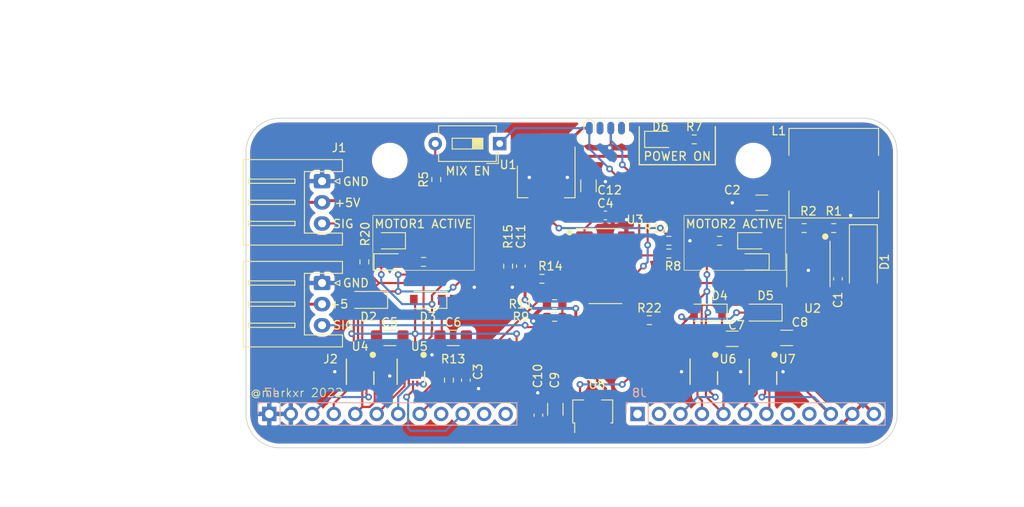
<source format=kicad_pcb>
(kicad_pcb (version 20211014) (generator pcbnew)
  (title_block (title "FeatherESC Logic Board") (date "2021-11-21"))
  (layers (0 "F.Cu" signal) (31 "B.Cu" signal) (34 "B.Paste" user) (35 "F.Paste" user) (36 "B.SilkS" user "B.Silkscreen") (37 "F.SilkS" user "F.Silkscreen") (38 "B.Mask" user) (39 "F.Mask" user) (44 "Edge.Cuts" user))
  (net 0 "")
  (net 1 "GND")
  (net 2 "VBAT")
  (net 3 "/TXDEBUG")
  (net 4 "VBEC")
  (net 5 "/gatedrivers1/BOOST1")
  (net 6 "/PHASE11")
  (net 7 "/gatedrivers1/BOOST2")
  (net 8 "/PHASE21")
  (net 9 "Net-(R12-Pad2)")
  (net 10 "/RXIN_1")
  (net 11 "/gatedrivers2/BOOST1")
  (net 12 "/PHASE12")
  (net 13 "/gatedrivers2/BOOST2")
  (net 14 "/PHASE22")
  (net 15 "Net-(R1-Pad2)")
  (net 17 "Net-(D10-Pad1)")
  (net 18 "+12V")
  (net 19 "/GATEH11")
  (net 20 "/GATEL11")
  (net 21 "/GATEL21")
  (net 22 "/GATEH21")
  (net 25 "/GATEH12")
  (net 29 "/GATEL12")
  (net 30 "/GATEL22")
  (net 31 "/GATEH22")
  (net 32 "/ISENSE_IN")
  (net 33 "/VSENSE_IN")
  (net 36 "/MOTORR_1")
  (net 37 "/MOTORF_1")
  (net 38 "/MOTOREN_1")
  (net 39 "/MOTORF_2")
  (net 40 "/MOTORR_2")
  (net 41 "/MOTOREN_2")
  (net 42 "/REGSW")
  (net 43 "Net-(D6-Pad2)")
  (net 44 "/RXIN_2")
  (net 45 "GNDSHUNT")
  (net 46 "Net-(R11-Pad2)")
  (net 47 "/MCUPOWER")
  (net 51 "/UPDI")
  (net 53 "Net-(D7-Pad2)")
  (net 54 "Net-(R5-Pad1)")
  (footprint "Capacitor_SMD:C_0603_1608Metric_Pad1.08x0.95mm_HandSolder" (layer "F.Cu") (at 137 91 -90)
    (fp_text reference "C3")
    (fp_text value "DNP")
  )
  (footprint "Capacitor_SMD:C_0603_1608Metric_Pad1.08x0.95mm_HandSolder" (layer "F.Cu") (at 181 79 -90)
    (fp_text reference "C1")
    (fp_text value "100 nF")
  )
  (footprint "Package_SO:SOIC-14_3.9x8.7mm_P1.27mm" (layer "F.Cu") (at 153.5 77.5)
    (fp_text reference "U3")
    (fp_text value "ATtiny1614-SS")
  )
  (footprint "Resistor_SMD:R_0603_1608Metric_Pad0.98x0.95mm_HandSolder" (layer "F.Cu") (at 167 74.5 180)
    (fp_text reference "R4" hide)
    (fp_text value "1k")
  )
  (footprint "Diode_SMD:D_SMA_Handsoldering" (layer "F.Cu") (at 184 77 -90)
    (fp_text reference "D1")
    (fp_text value "SS34")
  )
  (footprint "Package_TO_SOT_SMD:SOT-89-3" (layer "F.Cu") (at 152 95 90)
    (fp_text reference "U8")
    (fp_text value "78L12G-AB3-R ")
  )
  (footprint "MountingHole:MountingHole_3.2mm_M3" (layer "F.Cu") (at 128 65)
    (fp_text reference "H1" hide)
    (fp_text value "Interconnect M3")
  )
  (footprint "Capacitor_SMD:C_0603_1608Metric" (layer "F.Cu") (at 145.58 95.145 90)
    (fp_text reference "C10")
    (fp_text value "DNP")
  )
  (footprint "Resistor_SMD:R_0603_1608Metric_Pad0.98x0.95mm_HandSolder" (layer "F.Cu") (at 133.5 67.25 -90)
    (fp_text reference "R5")
    (fp_text value "33k")
  )
  (footprint "LED_SMD:LED_0805_2012Metric_Pad1.15x1.40mm_HandSolder" (layer "F.Cu") (at 171 77 180)
    (fp_text reference "D8" hide)
    (fp_text value "Red")
  )
  (footprint "Capacitor_SMD:C_0603_1608Metric_Pad1.08x0.95mm_HandSolder" (layer "F.Cu") (at 143.5 77.5 -90)
    (fp_text reference "C11")
    (fp_text value "DNP")
  )
  (footprint "Diode_SMD:D_SOD-123" (layer "F.Cu") (at 132.5 81.5 180)
    (fp_text reference "D3")
    (fp_text value "B5819W")
  )
  (footprint "Package_TO_SOT_SMD:SOT-223-3_TabPin2" (layer "F.Cu") (at 146.5 67.5 -90)
    (fp_text reference "U1")
    (fp_text value "AMS1117-50")
  )
  (footprint "Capacitor_SMD:C_1206_3216Metric" (layer "F.Cu") (at 147.58 94.445 90)
    (fp_text reference "C9")
    (fp_text value "10uF 50V")
  )
  (footprint "Package_DFN_QFN:DFN-8-1EP_3x3mm_P0.5mm_EP1.66x2.38mm" (layer "F.Cu") (at 124.5 90 -90)
    (fp_text reference "U4")
    (fp_text value "NCP81155MN")
  )
  (footprint "MountingHole:MountingHole_3.2mm_M3" (layer "F.Cu") (at 171 65)
    (fp_text reference "H2" hide)
    (fp_text value "Interconnect M3")
  )
  (footprint "Capacitor_SMD:C_1206_3216Metric_Pad1.33x1.80mm_HandSolder" (layer "F.Cu") (at 128 86)
    (fp_text reference "C5")
    (fp_text value "4.7uF 50V")
  )
  (footprint "Connector_JST:JST_XH_S3B-XH-A_1x03_P2.50mm_Horizontal" (layer "F.Cu") (at 120 79.5 -90)
    (fp_text reference "J2")
    (fp_text value "RC IN 2")
  )
  (footprint "Capacitor_SMD:C_1206_3216Metric" (layer "F.Cu") (at 151.5 68 90)
    (fp_text reference "C12")
    (fp_text value "10uF")
  )
  (footprint "LED_SMD:LED_0805_2012Metric_Pad1.15x1.40mm_HandSolder" (layer "F.Cu") (at 128 74.5 180)
    (fp_text reference "D9" hide)
    (fp_text value "Green")
  )
  (footprint "Resistor_SMD:R_0603_1608Metric_Pad0.98x0.95mm_HandSolder" (layer "F.Cu") (at 147.5 83.5 180)
    (fp_text reference "R9")
    (fp_text value "1k")
  )
  (footprint "Resistor_SMD:R_0603_1608Metric_Pad0.98x0.95mm_HandSolder" (layer "F.Cu") (at 158.7 83.9)
    (fp_text reference "R22")
    (fp_text value "33k")
  )
  (footprint "Diode_SMD:D_SOD-123" (layer "F.Cu") (at 172.1375 83 180)
    (fp_text reference "D5")
    (fp_text value "B5819W")
  )
  (footprint "Resistor_SMD:R_0603_1608Metric_Pad0.98x0.95mm_HandSolder" (layer "F.Cu") (at 177 73 180)
    (fp_text reference "R2")
    (fp_text value "33k")
  )
  (footprint "Inductor_SMD:L_10.4x10.4_H4.8" (layer "F.Cu") (at 180.5 66.5 180)
    (fp_text reference "L1")
    (fp_text value "68uH")
  )
  (footprint "Resistor_SMD:R_0603_1608Metric_Pad0.98x0.95mm_HandSolder" (layer "F.Cu") (at 147.5 82)
    (fp_text reference "R11")
    (fp_text value "100k")
  )
  (footprint "Resistor_SMD:R_0603_1608Metric_Pad0.98x0.95mm_HandSolder" (layer "F.Cu") (at 161 76)
    (fp_text reference "R8")
    (fp_text value "1k")
  )
  (footprint "Resistor_SMD:R_0603_1608Metric_Pad0.98x0.95mm_HandSolder" (layer "F.Cu") (at 132 77)
    (fp_text reference "R3" hide)
    (fp_text value "1k")
  )
  (footprint "Capacitor_SMD:C_1206_3216Metric_Pad1.33x1.80mm_HandSolder" (layer "F.Cu") (at 168.5 86.1)
    (fp_text reference "C7")
    (fp_text value "4.7uF 50V")
  )
  (footprint "Diode_SMD:D_SOD-123" (layer "F.Cu") (at 165.6375 83 180)
    (fp_text reference "D4")
    (fp_text value "B5819W")
  )
  (footprint "Resistor_SMD:R_0603_1608Metric_Pad0.98x0.95mm_HandSolder" (layer "F.Cu") (at 161 74.5 180)
    (fp_text reference "R12")
    (fp_text value "100k")
  )
  (footprint "Package_SO:SOIC-8_3.9x4.9mm_P1.27mm" (layer "F.Cu") (at 177.5 78 -90)
    (fp_text reference "U2")
    (fp_text value "XL1509-ADJE1")
  )
  (footprint "Resistor_SMD:R_0603_1608Metric_Pad0.98x0.95mm_HandSolder" (layer "F.Cu") (at 146 79 180)
    (fp_text reference "R14")
    (fp_text value "33k")
  )
  (footprint "Diode_SMD:D_SOD-123" (layer "F.Cu") (at 125.5 81.5 180)
    (fp_text reference "D2")
    (fp_text value "B5819W")
  )
  (footprint "LED_SMD:LED_0805_2012Metric_Pad1.15x1.40mm_HandSolder" (layer "F.Cu") (at 171 74.5)
    (fp_text reference "D10" hide)
    (fp_text value "Green")
  )
  (footprint "featheresc_logic:SOIC_clipProgSmall" (layer "F.Cu") (at 153.5 60.4205 180)
    (fp_text reference "J3" hide)
    (fp_text value "soicbite prog connector")
  )
  (footprint "Resistor_SMD:R_0603_1608Metric_Pad0.98x0.95mm_HandSolder" (layer "F.Cu") (at 125 77 -90)
    (fp_text reference "R20")
    (fp_text value "33k")
  )
  (footprint "Package_DFN_QFN:DFN-8-1EP_3x3mm_P0.5mm_EP1.66x2.38mm" (layer "F.Cu") (at 130.5 90 -90)
    (fp_text reference "U5")
    (fp_text value "NCP81155MN")
  )
  (footprint "LED_SMD:LED_0805_2012Metric_Pad1.15x1.40mm_HandSolder" (layer "F.Cu") (at 128 77)
    (fp_text reference "D7" hide)
    (fp_text value "Red")
  )
  (footprint "Package_DFN_QFN:DFN-8-1EP_3x3mm_P0.5mm_EP1.66x2.38mm" (layer "F.Cu") (at 172.1375 90 -90)
    (fp_text reference "U7")
    (fp_text value "NCP81155MN")
  )
  (footprint "Package_DFN_QFN:DFN-8-1EP_3x3mm_P0.5mm_EP1.66x2.38mm" (layer "F.Cu") (at 165.1375 90 -90)
    (fp_text reference "U6")
    (fp_text value "NCP81155MN")
  )
  (footprint "Connector_JST:JST_XH_S3B-XH-A_1x03_P2.50mm_Horizontal" (layer "F.Cu") (at 120 67.45 -90)
    (fp_text reference "J1")
    (fp_text value "RC IN 1")
  )
  (footprint "LED_SMD:LED_0805_2012Metric_Pad1.15x1.40mm_HandSolder" (layer "F.Cu") (at 160 62.5)
    (fp_text reference "D6")
    (fp_text value "Green")
  )
  (footprint "Resistor_SMD:R_0603_1608Metric_Pad0.98x0.95mm_HandSolder" (layer "F.Cu") (at 180.5 73 180)
    (fp_text reference "R1")
    (fp_text value "10k")
  )
  (footprint "Capacitor_SMD:C_1206_3216Metric_Pad1.33x1.80mm_HandSolder" (layer "F.Cu") (at 135.5 86)
    (fp_text reference "C6")
    (fp_text value "4.7uF 50V")
  )
  (footprint "Resistor_SMD:R_0603_1608Metric_Pad0.98x0.95mm_HandSolder" (layer "F.Cu") (at 142 77.5 90)
    (fp_text reference "R15")
    (fp_text value "1k")
  )
  (footprint "Capacitor_SMD:C_1206_3216Metric" (layer "F.Cu") (at 172 70 180)
    (fp_text reference "C2")
    (fp_text value "10uF")
  )
  (footprint "Button_Switch_THT:SW_DIP_SPSTx01_Slide_6.7x4.1mm_W7.62mm_P2.54mm_LowProfile" (layer "F.Cu") (at 141 63 180)
    (fp_text reference "SW1" hide)
    (fp_text value "SW_DIP_x01")
  )
  (footprint "Resistor_SMD:R_0603_1608Metric_Pad0.98x0.95mm_HandSolder" (layer "F.Cu") (at 164 62.5)
    (fp_text reference "R7")
    (fp_text value "1k")
  )
  (footprint "Resistor_SMD:R_0603_1608Metric_Pad0.98x0.95mm_HandSolder" (layer "F.Cu") (at 135 91 -90)
    (fp_text reference "R13")
    (fp_text value "1k")
  )
  (footprint "Capacitor_SMD:C_1206_3216Metric_Pad1.33x1.80mm_HandSolder" (layer "F.Cu") (at 174.9375 86)
    (fp_text reference "C8")
    (fp_text value "4.7uF 50V")
  )
  (footprint "Capacitor_SMD:C_0603_1608Metric_Pad1.08x0.95mm_HandSolder" (layer "F.Cu") (at 153.5 71.5)
    (fp_text reference "C4")
    (fp_text value "100 nF")
  )
  (footprint "Connector_PinHeader_2.54mm:PinHeader_1x12_P2.54mm_Vertical" (layer "B.Cu") (at 113.76 95 -90)
    (fp_text reference "J7")
    (fp_text value "Interconnect 1")
  )
  (footprint "Connector_PinHeader_2.54mm:PinHeader_1x12_P2.54mm_Vertical" (layer "B.Cu") (at 157.3 95 -90)
    (fp_text reference "J8")
    (fp_text value "Interconnect 2")
  )
  (gr_circle (center 132 88) (end 132.3 88) (layer "F.SilkS") (width 0.15) (fill solid))
  (gr_circle (center 179.5 74) (end 179.8 74) (layer "F.SilkS") (width 0.15) (fill solid))
  (gr_circle (center 149.25 73.5) (end 149.55 73.5) (layer "F.SilkS") (width 0.15) (fill solid))
  (gr_line (start 166.5 65.5) (end 166.5 61) (layer "F.SilkS") (width 0.15))
  (gr_line (start 157.5 65.5) (end 166.5 65.5) (layer "F.SilkS") (width 0.15))
  (gr_circle (center 173.5 88) (end 173.8 88) (layer "F.SilkS") (width 0.15) (fill solid))
  (gr_circle (center 126 88) (end 126.3 88) (layer "F.SilkS") (width 0.15) (fill solid))
  (gr_rect (start 126 71.5) (end 138 78) (layer "F.SilkS") (width 0.08) (fill none))
  (gr_circle (center 166.5 88) (end 166.8 88) (layer "F.SilkS") (width 0.15) (fill solid))
  (gr_rect (start 162.8 71.5) (end 174.8 78) (layer "F.SilkS") (width 0.08) (fill none))
  (gr_line (start 157.5 61) (end 157.5 65.5) (layer "F.SilkS") (width 0.15))
  (gr_line (start 111 64) (end 111 95) (layer "Edge.Cuts") (width 0.1))
  (gr_arc (start 184 60) (mid 186.828427 61.171573) (end 188 64) (layer "Edge.Cuts") (width 0.1))
  (gr_line (start 184 60) (end 115 60) (layer "Edge.Cuts") (width 0.1))
  (gr_line (start 188 95) (end 188 64) (layer "Edge.Cuts") (width 0.1))
  (gr_arc (start 111 64) (mid 112.171573 61.171573) (end 115 60) (layer "Edge.Cuts") (width 0.1))
  (gr_line (start 115 99) (end 184 99) (layer "Edge.Cuts") (width 0.1))
  (gr_arc (start 115 99) (mid 112.171573 97.828427) (end 111 95) (layer "Edge.Cuts") (width 0.1))
  (gr_arc (start 188 95) (mid 186.828427 97.828427) (end 184 99) (layer "Edge.Cuts") (width 0.1))
  (gr_text "POWER ON" (at 162 64.5) (layer "F.SilkS") (effects (font (size 1 1))))
  (gr_text "MOTOR2 ACTIVE" (at 168.8 72.5) (layer "F.SilkS") (effects (font (size 1 1))))
  (gr_text "MIX EN" (at 137.25 66.25) (layer "F.SilkS") (effects (font (size 1 1))))
  (gr_text "+5V" (at 123 70) (layer "F.SilkS") (effects (font (size 1 1))))
  (gr_text "GND" (at 124 79.5) (layer "F.SilkS") (effects (font (size 1 1))))
  (gr_text "SIG" (at 122.5 84.5) (layer "F.SilkS") (effects (font (size 1 1))))
  (gr_text "@markxr 2022" (at 117 92.5) (layer "F.SilkS") (effects (font (size 1 1) (thickness 0.1))))
  (gr_text "SIG" (at 122.5 72.5) (layer "F.SilkS") (effects (font (size 1 1))))
  (gr_text "MOTOR1 ACTIVE" (at 132 72.5) (layer "F.SilkS") (effects (font (size 1 1))))
  (gr_text "GND" (at 124 67.5) (layer "F.SilkS") (effects (font (size 1 1))))
  (gr_text "+5" (at 122 82) (layer "F.SilkS") (effects (font (size 1 1))))
  (segment (start 146.5875 82) (end 145 83.5875) (width 0.25) (layer "F.Cu") (net 1))
  (segment (start 145 83.5875) (end 145 84) (width 0.25) (layer "F.Cu") (net 1))
  (segment (start 154.135 61.1705) (end 154.135 63.365) (width 0.25) (layer "F.Cu") (net 1))
  (segment (start 130.25 91.4) (end 130.25 90.25) (width 0.25) (layer "F.Cu") (net 1))
  (segment (start 154.135 63.365) (end 154 63.5) (width 0.25) (layer "F.Cu") (net 1))
  (segment (start 124.25 90.25) (end 124.5 90) (width 0.25) (layer "F.Cu") (net 1))
  (segment (start 164.8875 90.25) (end 165.1375 90) (width 0.25) (layer "F.Cu") (net 1))
  (segment (start 171.8875 90.25) (end 172.1375 90) (width 0.25) (layer "F.Cu") (net 1))
  (segment (start 124.25 91.4) (end 124.25 90.25) (width 0.25) (layer "F.Cu") (net 1))
  (segment (start 164.8875 91.4) (end 164.8875 90.25) (width 0.25) (layer "F.Cu") (net 1))
  (segment (start 171.8875 91.4) (end 171.8875 90.25) (width 0.25) (layer "F.Cu") (net 1))
  (segment (start 130.25 90.25) (end 130.5 90) (width 0.25) (layer "F.Cu") (net 1))
  (via (at 168.5 70) (size 0.8) (drill 0.4) (layers "F.Cu" "B.Cu") (net 1))
  (via (at 128 90.5) (size 0.8) (drill 0.4) (layers "F.Cu" "B.Cu") (net 1))
  (via (at 149 67) (size 0.8) (drill 0.4) (layers "F.Cu" "B.Cu") (net 1))
  (via (at 163.5 74.5) (size 0.8) (drill 0.4) (layers "F.Cu" "B.Cu") (net 1))
  (via (at 182.5 71.5) (size 0.8) (drill 0.4) (layers "F.Cu" "B.Cu") (net 1))
  (via (at 156 72) (size 0.8) (drill 0.4) (layers "F.Cu" "B.Cu") (net 1))
  (via (at 138.5 92) (size 0.8) (drill 0.4) (layers "F.Cu" "B.Cu") (net 1))
  (via (at 133 88) (size 0.8) (drill 0.4) (layers "F.Cu" "B.Cu") (net 1))
  (via (at 169.5 90) (size 0.8) (drill 0.4) (layers "F.Cu" "B.Cu") (net 1))
  (via (at 144.5 67) (size 0.8) (drill 0.4) (layers "F.Cu" "B.Cu") (net 1))
  (via (at 138 80) (size 0.8) (drill 0.4) (layers "F.Cu" "B.Cu") (net 1))
  (via (at 121.5 90) (size 0.8) (drill 0.4) (layers "F.Cu" "B.Cu") (net 1))
  (via (at 174.5 90) (size 0.8) (drill 0.4) (layers "F.Cu" "B.Cu") (net 1))
  (via (at 162.5 90) (size 0.8) (drill 0.4) (layers "F.Cu" "B.Cu") (net 1))
  (via (at 145.5 92.5) (size 0.8) (drill 0.4) (layers "F.Cu" "B.Cu") (net 1))
  (via (at 145 84) (size 0.8) (drill 0.4) (layers "F.Cu" "B.Cu") (net 1))
  (via (at 154 63.5) (size 0.8) (drill 0.4) (layers "F.Cu" "B.Cu") (net 1))
  (via (at 153.5 67.5) (size 0.8) (drill 0.4) (layers "F.Cu" "B.Cu") (net 1))
  (via (at 177.5 78) (size 0.8) (drill 0.4) (layers "F.Cu" "B.Cu") (net 1))
  (via (at 142.5 80) (size 0.8) (drill 0.4) (layers "F.Cu" "B.Cu") (net 1))
  (segment (start 155.5 97.5) (end 154.65 96.65) (width 0.35) (layer "F.Cu") (net 2))
  (segment (start 144 81.5) (end 144 80.0875) (width 0.35) (layer "F.Cu") (net 2))
  (segment (start 183.860489 93.620489) (end 183.860489 82.860489) (width 0.35) (layer "F.Cu") (net 2))
  (segment (start 180.2 97.5) (end 155.5 97.5) (width 0.35) (layer "F.Cu") (net 2))
  (segment (start 183.860489 93.620489) (end 183.860489 93.839511) (width 0.35) (layer "F.Cu") (net 2))
  (segment (start 144 80.0875) (end 145.0875 79) (width 0.35) (layer "F.Cu") (net 2))
  (segment (start 185.24 95) (end 183.860489 93.620489) (width 0.35) (layer "F.Cu") (net 2))
  (segment (start 181 78.1375) (end 181 77.12) (width 0.35) (layer "F.Cu") (net 2))
  (segment (start 153.5 92) (end 150 88.5) (width 0.35) (layer "F.Cu") (net 2))
  (segment (start 181 77.12) (end 179.405 75.525) (width 0.35) (layer "F.Cu") (net 2))
  (segment (start 182.7 95) (end 180.2 97.5) (width 0.35) (layer "F.Cu") (net 2))
  (segment (start 181.84952 80.84952) (end 181.84952 78.98702) (width 0.35) (layer "F.Cu") (net 2))
  (segment (start 181.84952 78.98702) (end 181 78.1375) (width 0.35) (layer "F.Cu") (net 2))
  (segment (start 153.5 96.65) (end 153.5 92) (width 0.35) (layer "F.Cu") (net 2))
  (segment (start 183.860489 82.860489) (end 181.84952 80.84952) (width 0.35) (layer "F.Cu") (net 2))
  (segment (start 183.860489 93.839511) (end 182.7 95) (width 0.35) (layer "F.Cu") (net 2))
  (segment (start 154.65 96.65) (end 153.5 96.65) (width 0.35) (layer "F.Cu") (net 2))
  (segment (start 150 88.5) (end 150 82.5) (width 0.35) (layer "F.Cu") (net 2))
  (via (at 150 82.5) (size 0.8) (drill 0.4) (layers "F.Cu" "B.Cu") (net 2))
  (via (at 144 81.5) (size 0.8) (drill 0.4) (layers "F.Cu" "B.Cu") (net 2))
  (segment (start 145 82.5) (end 144 81.5) (width 0.35) (layer "B.Cu") (net 2))
  (segment (start 150 82.5) (end 145 82.5) (width 0.35) (layer "B.Cu") (net 2))
  (segment (start 155.598928 77.5) (end 155.975 77.5) (width 0.25) (layer "F.Cu") (net 3))
  (segment (start 154.5 76.037968) (end 154.5 76.401072) (width 0.25) (layer "F.Cu") (net 3))
  (segment (start 157.5 75.081072) (end 156.996552 75.58452) (width 0.25) (layer "F.Cu") (net 3))
  (segment (start 156.996552 75.58452) (end 154.953448 75.58452) (width 0.25) (layer "F.Cu") (net 3))
  (segment (start 154.953448 75.58452) (end 154.5 76.037968) (width 0.25) (layer "F.Cu") (net 3))
  (segment (start 154 66) (end 157.5 69.5) (width 0.25) (layer "F.Cu") (net 3))
  (segment (start 154.5 76.401072) (end 155.598928 77.5) (width 0.25) (layer "F.Cu") (net 3))
  (segment (start 157.5 69.5) (end 157.5 75.081072) (width 0.25) (layer "F.Cu") (net 3))
  (via (at 154 66) (size 0.8) (drill 0.4) (layers "F.Cu" "B.Cu") (net 3))
  (segment (start 151.595 61.1705) (end 151.595 63.595) (width 0.25) (layer "B.Cu") (net 3))
  (segment (start 141 63) (end 142.8295 61.1705) (width 0.25) (layer "B.Cu") (net 3))
  (segment (start 151.595 63.595) (end 154 66) (width 0.25) (layer "B.Cu") (net 3))
  (segment (start 142.8295 61.1705) (end 151.595 61.1705) (width 0.25) (layer "B.Cu") (net 3))
  (segment (start 120.2 69.75) (end 120 69.95) (width 0.35) (layer "F.Cu") (net 4))
  (segment (start 117.55 69.95) (end 115.5 72) (width 0.35) (layer "F.Cu") (net 4))
  (segment (start 172.5 70) (end 165 62.5) (width 0.35) (layer "F.Cu") (net 4))
  (segment (start 150.778522 61.1705) (end 149.449022 62.5) (width 0.35) (layer "F.Cu") (net 4))
  (segment (start 149.449022 62.5) (end 146.05 62.5) (width 0.35) (layer "F.Cu") (net 4))
  (segment (start 162.9125 64.5) (end 151.149022 64.5) (width 0.35) (layer "F.Cu") (net 4))
  (segment (start 120 69.95) (end 117.55 69.95) (width 0.35) (layer "F.Cu") (net 4))
  (segment (start 117.5 82) (end 120 82) (width 0.35) (layer "F.Cu") (net 4))
  (segment (start 138.8 69.75) (end 120.2 69.75) (width 0.35) (layer "F.Cu") (net 4))
  (segment (start 149.924511 63.275489) (end 149.924511 62.975489) (width 0.35) (layer "F.Cu") (net 4))
  (segment (start 115.5 80) (end 117.5 82) (width 0.35) (layer "F.Cu") (net 4))
  (segment (start 176.35 67.125) (end 173.475 70) (width 0.35) (layer "F.Cu") (net 4))
  (segment (start 146.05 62.5) (end 144.2 64.35) (width 0.35) (layer "F.Cu") (net 4))
  (segment (start 176.35 72.7375) (end 176.35 66.5) (width 0.35) (layer "F.Cu") (net 4))
  (segment (start 173.475 70.3875) (end 176.0875 73) (width 0.35) (layer "F.Cu") (net 4))
  (segment (start 115.5 72) (end 115.5 80) (width 0.35) (layer "F.Cu") (net 4))
  (segment (start 164.9125 62.5) (end 162.9125 64.5) (width 0.35) (layer "F.Cu") (net 4))
  (segment (start 176.35 66.5) (end 176.35 67.125) (width 0.35) (layer "F.Cu") (net 4))
  (segment (start 173.475 70) (end 173.475 70.3875) (width 0.35) (layer "F.Cu") (net 4))
  (segment (start 176.0875 73) (end 176.35 72.7375) (width 0.35) (layer "F.Cu") (net 4))
  (segment (start 165 62.5) (end 164.9125 62.5) (width 0.35) (layer "F.Cu") (net 4))
  (segment (start 151.595 61.1705) (end 150.778522 61.1705) (width 0.35) (layer "F.Cu") (net 4))
  (segment (start 144.2 64.35) (end 138.8 69.75) (width 0.35) (layer "F.Cu") (net 4))
  (segment (start 151.149022 64.5) (end 149.924511 63.275489) (width 0.35) (layer "F.Cu") (net 4))
  (segment (start 173.475 70) (end 172.5 70) (width 0.35) (layer "F.Cu") (net 4))
  (segment (start 149.924511 62.975489) (end 149.449022 62.5) (width 0.35) (layer "F.Cu") (net 4))
  (segment (start 126.9375 81.8625) (end 126.9375 85.5) (width 0.25) (layer "F.Cu") (net 5))
  (segment (start 126.9375 85.5) (end 126.4375 86) (width 0.25) (layer "F.Cu") (net 5))
  (segment (start 127.15 81.65) (end 126.9375 81.8625) (width 0.25) (layer "F.Cu") (net 5))
  (segment (start 126.4375 86) (end 125.25 87.1875) (width 0.25) (layer "F.Cu") (net 5))
  (segment (start 125.25 87.1875) (end 125.25 88.6) (width 0.25) (layer "F.Cu") (net 5))
  (segment (start 127.15 81.5) (end 127.15 81.65) (width 0.25) (layer "F.Cu") (net 5))
  (segment (start 123.92 95) (end 124.75 94.17) (width 0.25) (layer "F.Cu") (net 6))
  (segment (start 126.224511 89.837989) (end 126.224511 93.574479) (width 0.25) (layer "F.Cu") (net 6))
  (segment (start 129.5625 86.5) (end 126.224511 89.837989) (width 0.25) (layer "F.Cu") (net 6))
  (segment (start 125.62899 94.17) (end 124.75 94.17) (width 0.25) (layer "F.Cu") (net 6))
  (segment (start 126.224511 93.574479) (end 125.62899 94.17) (width 0.25) (layer "F.Cu") (net 6))
  (segment (start 129.5625 86) (end 129.5625 86.5) (width 0.25) (layer "F.Cu") (net 6))
  (segment (start 124.75 94.17) (end 124.75 91.4) (width 0.25) (layer "F.Cu") (net 6))
  (segment (start 132.5 87) (end 131.25 88.25) (width 0.25) (layer "F.Cu") (net 7))
  (segment (start 134.15 81.5) (end 134.15 85.7875) (width 0.25) (layer "F.Cu") (net 7))
  (segment (start 134.15 85.7875) (end 133.9375 86) (width 0.25) (layer "F.Cu") (net 7))
  (segment (start 133.9375 86) (end 132.9375 87) (width 0.25) (layer "F.Cu") (net 7))
  (segment (start 131.25 88.25) (end 131.25 88.6) (width 0.25) (layer "F.Cu") (net 7))
  (segment (start 132.9375 87) (end 132.5 87) (width 0.25) (layer "F.Cu") (net 7))
  (segment (start 132 92.5) (end 133.5 91) (width 0.25) (layer "F.Cu") (net 8))
  (segment (start 133.5 91) (end 133.5 89.5) (width 0.25) (layer "F.Cu") (net 8))
  (segment (start 137 86) (end 137.0625 86) (width 0.25) (layer "F.Cu") (net 8))
  (segment (start 133.5 89.5) (end 137 86) (width 0.25) (layer "F.Cu") (net 8))
  (segment (start 130.75 91.4) (end 130.75 92.225402) (width 0.25) (layer "F.Cu") (net 8))
  (segment (start 130.75 92.225402) (end 131.024598 92.5) (width 0.25) (layer "F.Cu") (net 8))
  (segment (start 130.75 92.225402) (end 129.987701 92.987701) (width 0.25) (layer "F.Cu") (net 8))
  (segment (start 131.024598 92.5) (end 132 92.5) (width 0.25) (layer "F.Cu") (net 8))
  (via (at 129.987701 92.987701) (size 0.8) (drill 0.4) (layers "F.Cu" "B.Cu") (net 8))
  (segment (start 130.174511 96.674511) (end 130.5 97) (width 0.25) (layer "B.Cu") (net 8))
  (segment (start 130.5 97) (end 134.62 97) (width 0.25) (layer "B.Cu") (net 8))
  (segment (start 130.174511 93.174511) (end 130.174511 96.674511) (width 0.25) (layer "B.Cu") (net 8))
  (segment (start 134.62 97) (end 136.62 95) (width 0.25) (layer "B.Cu") (net 8))
  (segment (start 129.987701 92.987701) (end 130.174511 93.174511) (width 0.25) (layer "B.Cu") (net 8))
  (segment (start 159.8575 76.23) (end 160.0875 76) (width 0.25) (layer "F.Cu") (net 9))
  (segment (start 160.0875 76) (end 160.0875 74.5) (width 0.25) (layer "F.Cu") (net 9))
  (segment (start 155.975 76.23) (end 159.8575 76.23) (width 0.25) (layer "F.Cu") (net 9))
  (segment (start 161 74) (end 161 75.0875) (width 0.25) (layer "F.Cu") (net 10))
  (segment (start 147.45 72.45) (end 120 72.45) (width 0.25) (layer "F.Cu") (net 10))
  (segment (start 160 73) (end 161 74) (width 0.25) (layer "F.Cu") (net 10))
  (segment (start 148 73) (end 147.45 72.45) (width 0.25) (layer "F.Cu") (net 10))
  (segment (start 161 75.0875) (end 161.9125 76) (width 0.25) (layer "F.Cu") (net 10))
  (via (at 160 73) (size 0.8) (drill 0.4) (layers "F.Cu" "B.Cu") (net 10))
  (via (at 148 73) (size 0.8) (drill 0.4) (layers "F.Cu" "B.Cu") (net 10))
  (segment (start 160 73) (end 148 73) (width 0.25) (layer "B.Cu") (net 10))
  (segment (start 166.9375 86.1) (end 165.8875 87.15) (width 0.25) (layer "F.Cu") (net 11))
  (segment (start 167.2875 85.75) (end 166.9375 86.1) (width 0.25) (layer "F.Cu") (net 11))
  (segment (start 167.2875 83) (end 167.2875 85.75) (width 0.25) (layer "F.Cu") (net 11))
  (segment (start 165.8875 87.15) (end 165.8875 88.6) (width 0.25) (layer "F.Cu") (net 11))
  (segment (start 165.3875 92.9275) (end 167.46 95) (width 0.25) (layer "F.Cu") (net 12))
  (segment (start 165.3875 91.4) (end 165.3875 92.9275) (width 0.25) (layer "F.Cu") (net 12))
  (segment (start 167.46 95) (end 167.46 88.7025) (width 0.25) (layer "F.Cu") (net 12))
  (segment (start 167.46 88.7025) (end 170.0625 86.1) (width 0.25) (layer "F.Cu") (net 12))
  (segment (start 173.375 86) (end 172.8875 86.4875) (width 0.25) (layer "F.Cu") (net 13))
  (segment (start 173.7875 85.5875) (end 173.375 86) (width 0.25) (layer "F.Cu") (net 13))
  (segment (start 173.7875 83) (end 173.7875 85.5875) (width 0.25) (layer "F.Cu") (net 13))
  (segment (start 172.8875 86.4875) (end 172.8875 88.6) (width 0.25) (layer "F.Cu") (net 13))
  (segment (start 172.3875 92.6125) (end 172 93) (width 0.25) (layer "F.Cu") (net 14))
  (segment (start 172.3875 91.4) (end 172.3875 92.6125) (width 0.25) (layer "F.Cu") (net 14))
  (segment (start 176.5 91.5) (end 176.5 86) (width 0.25) (layer "F.Cu") (net 14))
  (segment (start 180.16 95) (end 180 95) (width 0.25) (layer "F.Cu") (net 14))
  (segment (start 180 95) (end 176.5 91.5) (width 0.25) (layer "F.Cu") (net 14))
  (via (at 172 93) (size 0.8) (drill 0.4) (layers "F.Cu" "B.Cu") (net 14))
  (segment (start 172 93) (end 178.16 93) (width 0.25) (layer "B.Cu") (net 14))
  (segment (start 178.16 93) (end 180.16 95) (width 0.25) (layer "B.Cu") (net 14))
  (segment (start 176.865 75.525) (end 176.865 74.0475) (width 0.25) (layer "F.Cu") (net 15))
  (segment (start 177.9125 73) (end 179.5875 73) (width 0.25) (layer "F.Cu") (net 15))
  (segment (start 176.865 74.0475) (end 177.9125 73) (width 0.25) (layer "F.Cu") (net 15))
  (segment (start 169.975 74.5) (end 169.975 77) (width 0.25) (layer "F.Cu") (net 17))
  (segment (start 167.9125 74.5) (end 169.975 74.5) (width 0.25) (layer "F.Cu") (net 17))
  (segment (start 150.5 96.65) (end 148.31 96.65) (width 0.25) (layer "F.Cu") (net 18))
  (segment (start 147.58 95.92) (end 145.58 95.92) (width 0.25) (layer "F.Cu") (net 18))
  (segment (start 162.5 83.5) (end 163 84) (width 0.25) (layer "F.Cu") (net 18))
  (segment (start 148.31 96.65) (end 147.58 95.92) (width 0.25) (layer "F.Cu") (net 18))
  (segment (start 143 93.34) (end 143 85.5) (width 0.25) (layer "F.Cu") (net 18))
  (segment (start 170.4875 83.9875) (end 171.3875 84.8875) (width 0.25) (layer "F.Cu") (net 18))
  (segment (start 163 84) (end 163.9875 83.0125) (width 0.25) (layer "F.Cu") (net 18))
  (segment (start 150.5 96.65) (end 150.5 91.5) (width 0.25) (layer "F.Cu") (net 18))
  (segment (start 123.75 88.6) (end 123.75 81.6) (width 0.25) (layer "F.Cu") (net 18))
  (segment (start 155.5 91.5) (end 163 84) (width 0.25) (layer "F.Cu") (net 18))
  (segment (start 145.58 95.92) (end 143 93.34) (width 0.25) (layer "F.Cu") (net 18))
  (segment (start 163.9875 83.0125) (end 163.9875 83) (width 0.25) (layer "F.Cu") (net 18))
  (segment (start 123.75 81.6) (end 123.85 81.5) (width 0.25) (layer "F.Cu") (net 18))
  (segment (start 163.9875 88.2) (end 164.3875 88.6) (width 0.25) (layer "F.Cu") (net 18))
  (segment (start 129.75 87.687493) (end 131 86.437493) (width 0.25) (layer "F.Cu") (net 18))
  (segment (start 131 86.437493) (end 131 81.65) (width 0.25) (layer "F.Cu") (net 18))
  (segment (start 170.4875 83) (end 170.4875 83.9875) (width 0.25) (layer "F.Cu") (net 18))
  (segment (start 163.9875 83) (end 163.9875 88.2) (width 0.25) (layer "F.Cu") (net 18))
  (segment (start 131 81.65) (end 130.85 81.5) (width 0.25) (layer "F.Cu") (net 18))
  (segment (start 170.4875 83) (end 169 83) (width 0.25) (layer "F.Cu") (net 18))
  (segment (start 171.3875 84.8875) (end 171.3875 88.6) (width 0.25) (layer "F.Cu") (net 18))
  (segment (start 129.75 88.6) (end 129.75 87.687493) (width 0.25) (layer "F.Cu") (net 18))
  (via (at 131 85.5) (size 0.8) (drill 0.4) (layers "F.Cu" "B.Cu") (net 18))
  (via (at 150.5 91.5) (size 0.8) (drill 0.4) (layers "F.Cu" "B.Cu") (net 18))
  (via (at 143 85.5) (size 0.8) (drill 0.4) (layers "F.Cu" "B.Cu") (net 18))
  (via (at 169 83) (size 0.8) (drill 0.4) (layers "F.Cu" "B.Cu") (net 18))
  (via (at 155.5 91.5) (size 0.8) (drill 0.4) (layers "F.Cu" "B.Cu") (net 18))
  (via (at 123.5 85.5) (size 0.8) (drill 0.4) (layers "F.Cu" "B.Cu") (net 18))
  (via (at 162.5 83.5) (size 0.8) (drill 0.4) (layers "F.Cu" "B.Cu") (net 18))
  (segment (start 131 85.5) (end 123.5 85.5) (width 0.25) (layer "B.Cu") (net 18))
  (segment (start 150.5 91.5) (end 155.5 91.5) (width 0.25) (layer "B.Cu") (net 18))
  (segment (start 168.275489 83.724511) (end 162.724511 83.724511) (width 0.25) (layer "B.Cu") (net 18))
  (segment (start 162.724511 83.724511) (end 162.5 83.5) (width 0.25) (layer "B.Cu") (net 18))
  (segment (start 143 85.5) (end 131 85.5) (width 0.25) (layer "B.Cu") (net 18))
  (segment (start 169 83) (end 168.275489 83.724511) (width 0.25) (layer "B.Cu") (net 18))
  (segment (start 125.25 91.4) (end 125.25 92.75) (width 0.25) (layer "F.Cu") (net 19))
  (segment (start 125.25 92.75) (end 125.5 93) (width 0.25) (layer "F.Cu") (net 19))
  (via (at 125.5 93) (size 0.8) (drill 0.4) (layers "F.Cu" "B.Cu") (net 19))
  (segment (start 125.5 93) (end 120.84 93) (width 0.25) (layer "B.Cu") (net 19))
  (segment (start 120.84 93) (end 118.84 95) (width 0.25) (layer "B.Cu") (net 19))
  (segment (start 121.38 93.77) (end 123.75 91.4) (width 0.25) (layer "F.Cu") (net 20))
  (segment (start 121.38 95) (end 121.38 93.77) (width 0.25) (layer "F.Cu") (net 20))
  (segment (start 129.75 91.71) (end 126.46 95) (width 0.25) (layer "F.Cu") (net 21))
  (segment (start 129.75 91.4) (end 129.75 91.71) (width 0.25) (layer "F.Cu") (net 21))
  (segment (start 131.9 91.4) (end 131.987701 91.487701) (width 0.25) (layer "F.Cu") (net 22))
  (segment (start 131.25 91.4) (end 131.9 91.4) (width 0.25) (layer "F.Cu") (net 22))
  (via (at 131.987701 91.487701) (size 0.8) (drill 0.4) (layers "F.Cu" "B.Cu") (net 22))
  (segment (start 131.987701 91.487701) (end 130.463087 91.487701) (width 0.25) (layer "B.Cu") (net 22))
  (segment (start 130.463087 91.487701) (end 129 92.950788) (width 0.25) (layer "B.Cu") (net 22))
  (segment (start 129 92.950788) (end 129 95) (width 0.25) (layer "B.Cu") (net 22))
  (segment (start 165.8875 91.4) (end 165.8875 92.3875) (width 0.25) (layer "F.Cu") (net 25))
  (segment (start 165.8875 92.3875) (end 166.5 93) (width 0.25) (layer "F.Cu") (net 25))
  (via (at 166.5 93) (size 0.8) (drill 0.4) (layers "F.Cu" "B.Cu") (net 25))
  (segment (start 164.38 93) (end 162.38 95) (width 0.25) (layer "B.Cu") (net 25))
  (segment (start 166.5 93) (end 164.38 93) (width 0.25) (layer "B.Cu") (net 25))
  (segment (start 164.3875 92.8875) (end 164.3875 91.4) (width 0.25) (layer "F.Cu") (net 29))
  (segment (start 164.92 93.42) (end 164.3875 92.8875) (width 0.25) (layer "F.Cu") (net 29))
  (segment (start 164.92 95) (end 164.92 93.42) (width 0.25) (layer "F.Cu") (net 29))
  (segment (start 170 94) (end 171.3875 92.6125) (width 0.25) (layer "F.Cu") (net 30))
  (segment (start 171.3875 92.6125) (end 171.3875 91.4) (width 0.25) (layer "F.Cu") (net 30))
  (segment (start 170 95) (end 170 94) (width 0.25) (layer "F.Cu") (net 30))
  (segment (start 172.8875 91.4) (end 172.8875 94.6525) (width 0.25) (layer "F.Cu") (net 31))
  (segment (start 172.8875 94.6525) (end 172.54 95) (width 0.25) (layer "F.Cu") (net 31))
  (segment (start 151.025 78.77) (end 148.424816 78.77) (width 0.25) (layer "F.Cu") (net 32))
  (segment (start 136.95 90.0875) (end 137 90.1375) (width 0.25) (layer "F.Cu") (net 32))
  (segment (start 135 90.0875) (end 136.95 90.0875) (width 0.25) (layer "F.Cu") (net 32))
  (segment (start 137.057316 90.1375) (end 137 90.1375) (width 0.25) (layer "F.Cu") (net 32))
  (segment (start 148.424816 78.77) (end 137.057316 90.1375) (width 0.25) (layer "F.Cu") (net 32))
  (segment (start 143.5 76.6375) (end 142.05 76.6375) (width 0.25) (layer "F.Cu") (net 33))
  (segment (start 144.55 76.6375) (end 146.9125 79) (width 0.25) (layer "F.Cu") (net 33))
  (segment (start 143.5 76.6375) (end 144.55 76.6375) (width 0.25) (layer "F.Cu") (net 33))
  (segment (start 151.025 77.5) (end 148.4125 77.5) (width 0.25) (layer "F.Cu") (net 33))
  (segment (start 142.05 76.6375) (end 142 76.5875) (width 0.25) (layer "F.Cu") (net 33))
  (segment (start 148.4125 77.5) (end 146.9125 79) (width 0.25) (layer "F.Cu") (net 33))
  (segment (start 132.95048 85.112027) (end 133 85.062507) (width 0.25) (layer "F.Cu") (net 36))
  (segment (start 130.75 88) (end 132.95048 85.79952) (width 0.25) (layer "F.Cu") (net 36))
  (segment (start 138.990978 74.96) (end 151.025 74.96) (width 0.25) (layer "F.Cu") (net 36))
  (segment (start 132.95048 85.79952) (end 132.95048 85.112027) (width 0.25) (layer "F.Cu") (net 36))
  (segment (start 133 85.062507) (end 133 82) (width 0.25) (layer "F.Cu") (net 36))
  (segment (start 133 80.950978) (end 138.990978 74.96) (width 0.25) (layer "F.Cu") (net 36))
  (segment (start 126.975 77) (end 126.975 74.5) (width 0.25) (layer "F.Cu") (net 36))
  (segment (start 130.75 88.6) (end 130.75 88) (width 0.25) (layer "F.Cu") (net 36))
  (segment (start 127 77.025) (end 126.975 77) (width 0.25) (layer "F.Cu") (net 36))
  (segment (start 133 82) (end 133 80.950978) (width 0.25) (layer "F.Cu") (net 36))
  (segment (start 127 78.5) (end 127 77.025) (width 0.25) (layer "F.Cu") (net 36))
  (via (at 127 78.5) (size 0.8) (drill 0.4) (layers "F.Cu" "B.Cu") (net 36))
  (via (at 133 82) (size 0.8) (drill 0.4) (layers "F.Cu" "B.Cu") (net 36))
  (segment (start 133 82) (end 129.475386 82) (width 0.25) (layer "B.Cu") (net 36))
  (segment (start 129.475386 82) (end 127 79.524614) (width 0.25) (layer "B.Cu") (net 36))
  (segment (start 127 79.524614) (end 127 78.5) (width 0.25) (layer "B.Cu") (net 36))
  (segment (start 135.5 80) (end 135.6 80) (width 0.25) (layer "F.Cu") (net 37))
  (segment (start 150.37952 75.58452) (end 151.025 76.23) (width 0.25) (layer "F.Cu") (net 37))
  (segment (start 126.450978 80.5) (end 129 80.5) (width 0.25) (layer "F.Cu") (net 37))
  (segment (start 129 78.5) (end 131.4125 78.5) (width 0.25) (layer "F.Cu") (net 37))
  (segment (start 125.5 81.450978) (end 126.450978 80.5) (width 0.25) (layer "F.Cu") (net 37))
  (segment (start 125.5 83) (end 125.5 81.450978) (width 0.25) (layer "F.Cu") (net 37))
  (segment (start 135.6 80) (end 140.01548 75.58452) (width 0.25) (layer "F.Cu") (net 37))
  (segment (start 124.75 83.75) (end 125.5 83) (width 0.25) (layer "F.Cu") (net 37))
  (segment (start 140.01548 75.58452) (end 150.37952 75.58452) (width 0.25) (layer "F.Cu") (net 37))
  (segment (start 131.4125 78.5) (end 132.9125 77) (width 0.25) (layer "F.Cu") (net 37))
  (segment (start 124.75 88.6) (end 124.75 83.75) (width 0.25) (layer "F.Cu") (net 37))
  (via (at 129 80.5) (size 0.8) (drill 0.4) (layers "F.Cu" "B.Cu") (net 37))
  (via (at 129 78.5) (size 0.8) (drill 0.4) (layers "F.Cu" "B.Cu") (net 37))
  (via (at 135.5 80) (size 0.8) (drill 0.4) (layers "F.Cu" "B.Cu") (net 37))
  (segment (start 135 80.5) (end 135.5 80) (width 0.25) (layer "B.Cu") (net 37))
  (segment (start 129 80.5) (end 135 80.5) (width 0.25) (layer "B.Cu") (net 37))
  (segment (start 129 80.5) (end 129 78.5) (width 0.25) (layer "B.Cu") (net 37))
  (segment (start 155.32952 74.31452) (end 155.975 74.96) (width 0.25) (layer "F.Cu") (net 38))
  (segment (start 132 79.5) (end 126.725489 79.5) (width 0.25) (layer "F.Cu") (net 38))
  (segment (start 125.137989 77.9125) (end 126.725489 79.5) (width 0.25) (layer "F.Cu") (net 38))
  (segment (start 130.25 87.82321) (end 132 86.07321) (width 0.25) (layer "F.Cu") (net 38))
  (segment (start 125 77.9125) (end 125.137989 77.9125) (width 0.25) (layer "F.Cu") (net 38))
  (segment (start 133.5 79.5) (end 138.68548 74.31452) (width 0.25) (layer "F.Cu") (net 38))
  (segment (start 132 79.5) (end 133.5 79.5) (width 0.25) (layer "F.Cu") (net 38))
  (segment (start 130.25 88.6) (end 130.25 87.82321) (width 0.25) (layer "F.Cu") (net 38))
  (segment (start 126.725489 79.5) (end 124.624511 81.600978) (width 0.25) (layer "F.Cu") (net 38))
  (segment (start 124.624511 82.875489) (end 124.25 83.25) (width 0.25) (layer "F.Cu") (net 38))
  (segment (start 124.25 83.25) (end 124.25 88.6) (width 0.25) (layer "F.Cu") (net 38))
  (segment (start 124.624511 81.600978) (end 124.624511 82.875489) (width 0.25) (layer "F.Cu") (net 38))
  (segment (start 132 86.07321) (end 132 79.5) (width 0.25) (layer "F.Cu") (net 38))
  (segment (start 138.68548 74.31452) (end 155.32952 74.31452) (width 0.25) (layer "F.Cu") (net 38))
  (segment (start 165.3875 83.2245) (end 165.612 83) (width 0.25) (layer "F.Cu") (net 39))
  (segment (start 165.5 80.5) (end 164.69 81.31) (width 0.25) (layer "F.Cu") (net 39))
  (segment (start 165.5 75.0875) (end 166.0875 74.5) (width 0.25) (layer "F.Cu") (net 39))
  (segment (start 164.69 81.31) (end 155.975 81.31) (width 0.25) (layer "F.Cu") (net 39))
  (segment (start 165.3875 88.6) (end 165.3875 83.2245) (width 0.25) (layer "F.Cu") (net 39))
  (segment (start 165.5 78.5) (end 165.5 75.0875) (width 0.25) (layer "F.Cu") (net 39))
  (via (at 165.612 83) (size 0.8) (drill 0.4) (layers "F.Cu" "B.Cu") (net 39))
  (via (at 165.5 78.5) (size 0.8) (drill 0.4) (layers "F.Cu" "B.Cu") (net 39))
  (via (at 165.5 80.5) (size 0.8) (drill 0.4) (layers "F.Cu" "B.Cu") (net 39))
  (segment (start 165.5 82.888) (end 165.5 80.5) (width 0.25) (layer "B.Cu") (net 39))
  (segment (start 165.612 83) (end 165.5 82.888) (width 0.25) (layer "B.Cu") (net 39))
  (segment (start 165.5 80.5) (end 165.5 78.5) (width 0.25) (layer "B.Cu") (net 39))
  (segment (start 172.025 82.20276) (end 172.025 77) (width 0.25) (layer "F.Cu") (net 40))
  (segment (start 169.5 79.5) (end 172.025 82.025) (width 0.25) (layer "F.Cu") (net 40))
  (segment (start 172.3875 82.56526) (end 172.025 82.20276) (width 0.25) (layer "F.Cu") (net 40))
  (segment (start 155.975 80.04) (end 163.96 80.04) (width 0.25) (layer "F.Cu") (net 40))
  (segment (start 172.025 74.5) (end 172.025 77) (width 0.25) (layer "F.Cu") (net 40))
  (segment (start 172.3875 88.6) (end 172.3875 82.56526) (width 0.25) (layer "F.Cu") (net 40))
  (segment (start 163.96 80.04) (end 164.5 79.5) (width 0.25) (layer "F.Cu") (net 40))
  (segment (start 164.5 79.5) (end 169.5 79.5) (width 0.25) (layer "F.Cu") (net 40))
  (segment (start 172.025 82.025) (end 172.025 82.20276) (width 0.25) (layer "F.Cu") (net 40))
  (segment (start 164.762011 82.075489) (end 161.424511 82.075489) (width 0.25) (layer "F.Cu") (net 41))
  (segment (start 160.5 83) (end 152.715 83) (width 0.25) (layer "F.Cu") (net 41))
  (segment (start 152.715 83) (end 151.025 81.31) (width 0.25) (layer "F.Cu") (net 41))
  (segment (start 171.262011 82.075489) (end 164.762011 82.075489) (width 0.25) (layer "F.Cu") (net 41))
  (segment (start 159.6125 83.9) (end 159.6125 83.8875) (width 0.25) (layer "F.Cu") (net 41))
  (segment (start 164.8875 82.200978) (end 164.762011 82.075489) (width 0.25) (layer "F.Cu") (net 41))
  (segment (start 159.6125 83.8875) (end 160.7 82.8) (width 0.25) (layer "F.Cu") (net 41))
  (segment (start 171.8875 82.700978) (end 171.262011 82.075489) (width 0.25) (layer "F.Cu") (net 41))
  (segment (start 171.8875 88.6) (end 171.8875 82.700978) (width 0.25) (layer "F.Cu") (net 41))
  (segment (start 161.424511 82.075489) (end 160.7 82.8) (width 0.25) (layer "F.Cu") (net 41))
  (segment (start 160.7 82.8) (end 160.5 83) (width 0.25) (layer "F.Cu") (net 41))
  (segment (start 164.8875 88.6) (end 164.8875 82.200978) (width 0.25) (layer "F.Cu") (net 41))
  (segment (start 178.135 75.525) (end 178.135 74.865) (width 0.35) (layer "F.Cu") (net 42))
  (segment (start 184.65 73.85) (end 184 74.5) (width 0.35) (layer "F.Cu") (net 42))
  (segment (start 183.5 74) (end 184 74.5) (width 0.35) (layer "F.Cu") (net 42))
  (segment (start 179 74) (end 183.5 74) (width 0.35) (layer "F.Cu") (net 42))
  (segment (start 178.135 74.865) (end 179 74) (width 0.35) (layer "F.Cu") (net 42))
  (segment (start 184.65 66.5) (end 184.65 73.85) (width 0.35) (layer "F.Cu") (net 42))
  (segment (start 163.0875 62.5) (end 161.025 62.5) (width 0.25) (layer "F.Cu") (net 43))
  (segment (start 146.5875 83.5) (end 145.362989 84.724511) (width 0.25) (layer "F.Cu") (net 44))
  (segment (start 145.362989 84.724511) (end 144.224511 84.724511) (width 0.25) (layer "F.Cu") (net 44))
  (segment (start 144.224511 84.724511) (end 144 84.5) (width 0.25) (layer "F.Cu") (net 44))
  (via (at 144 84.5) (size 0.8) (drill 0.4) (layers "F.Cu" "B.Cu") (net 44))
  (segment (start 120 84.5) (end 144 84.5) (width 0.25) (layer "B.Cu") (net 44))
  (segment (start 134.6275 91.9125) (end 135 91.9125) (width 0.25) (layer "F.Cu") (net 45))
  (segment (start 131.54 95) (end 134.6275 91.9125) (width 0.25) (layer "F.Cu") (net 45))
  (segment (start 148.4125 83.5) (end 148.4125 82) (width 0.25) (layer "F.Cu") (net 46))
  (segment (start 150.3725 80.04) (end 148.4125 82) (width 0.25) (layer "F.Cu") (net 46))
  (segment (start 151.025 80.04) (end 150.3725 80.04) (width 0.25) (layer "F.Cu") (net 46))
  (segment (start 151.025 73.69) (end 151.025 73.1125) (width 0.25) (layer "F.Cu") (net 47))
  (segment (start 146.5 64.35) (end 146.5 70.65) (width 0.25) (layer "F.Cu") (net 47))
  (segment (start 151.5 69.475) (end 151.5 70.3625) (width 0.25) (layer "F.Cu") (net 47))
  (segment (start 151.5 70.3625) (end 152.6375 71.5) (width 0.25) (layer "F.Cu") (net 47))
  (segment (start 150.325 70.65) (end 146.5 70.65) (width 0.25) (layer "F.Cu") (net 47))
  (segment (start 151.025 73.1125) (end 152.6375 71.5) (width 0.25) (layer "F.Cu") (net 47))
  (segment (start 151.5 69.475) (end 150.325 70.65) (width 0.25) (layer "F.Cu") (net 47))
  (segment (start 155.975 78.77) (end 156.73 78.77) (width 0.25) (layer "F.Cu") (net 51))
  (segment (start 158.5 68.5) (end 155.5 65.5) (width 0.25) (layer "F.Cu") (net 51))
  (segment (start 158.5 75) (end 158.5 68.5) (width 0.25) (layer "F.Cu") (net 51))
  (segment (start 156.73 78.77) (end 158 77.5) (width 0.25) (layer "F.Cu") (net 51))
  (via (at 158 77.5) (size 0.8) (drill 0.4) (layers "F.Cu" "B.Cu") (net 51))
  (via (at 158.5 75) (size 0.8) (drill 0.4) (layers "F.Cu" "B.Cu") (net 51))
  (via (at 155.5 65.5) (size 0.8) (drill 0.4) (layers "F.Cu" "B.Cu") (net 51))
  (segment (start 155.5 63.975386) (end 154.135 62.610386) (width 0.25) (layer "B.Cu") (net 51))
  (segment (start 155.5 65.5) (end 155.5 63.975386) (width 0.25) (layer "B.Cu") (net 51))
  (segment (start 158 77.5) (end 158.5 77) (width 0.25) (layer "B.Cu") (net 51))
  (segment (start 158.5 77) (end 158.5 75) (width 0.25) (layer "B.Cu") (net 51))
  (segment (start 154.135 62.610386) (end 154.135 61.1705) (width 0.25) (layer "B.Cu") (net 51))
  (segment (start 129.025 74.5) (end 129.025 77) (width 0.25) (layer "F.Cu") (net 53))
  (segment (start 129.025 77) (end 131.0875 77) (width 0.25) (layer "F.Cu") (net 53))
  (segment (start 133.38 66.2175) (end 133.5 66.3375) (width 0.25) (layer "F.Cu") (net 54))
  (segment (start 133.38 63) (end 133.38 66.2175) (width 0.25) (layer "F.Cu") (net 54))
  (zone (net 1) (net_name "GND") (layer "F.Cu") (connect_pads (clearance 0.508)) (min_thickness 0.254) (fill yes (thermal_gap 0.508) (thermal_bridge_width 0.508))
    (polygon (pts (xy 201 106) (xy 101 106) (xy 101 55) (xy 201 55)))
  )
  (zone (net 1) (net_name "GND") (layer "B.Cu") (connect_pads (clearance 0.508)) (min_thickness 0.254) (fill yes (thermal_gap 0.508) (thermal_bridge_width 0.508))
    (polygon (pts (xy 203 100) (xy 99 100) (xy 99 58) (xy 203 58)))
  )
)
</source>
